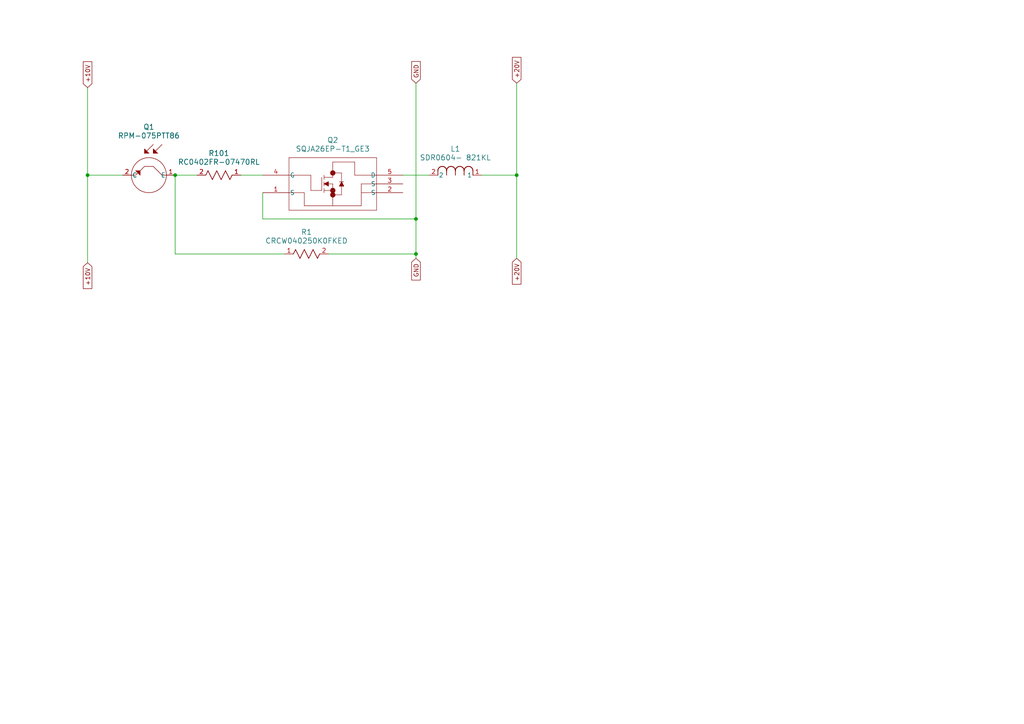
<source format=kicad_sch>
(kicad_sch (version 20250114) (generator "eeschema") (generator_version "9.0")
  (paper "A4")
  (lib_symbols
    (symbol "CRCW040250K0FKED:CRCW040250K0FKED" (pin_names (offset 0.254))
      (property "Reference" "R" (at 0 7.366 0))
      (property "Value" "CRCW040250K0FKED" (at 1.016 4.572 0))
      (symbol "CRCW040250K0FKED_1_1"
        (polyline (pts (xy -3.81 0) (xy -3.175 1.27)) (stroke (width 0.2032)))
        (polyline (pts (xy -3.175 1.27) (xy -1.905 -1.27)) (stroke (width 0.2032)))
        (polyline (pts (xy -1.905 -1.27) (xy -0.635 1.27)) (stroke (width 0.2032)))
        (polyline (pts (xy -0.635 1.27) (xy 0.635 -1.27)) (stroke (width 0.2032)))
        (polyline (pts (xy 0.635 -1.27) (xy 1.905 1.27)) (stroke (width 0.2032)))
        (polyline (pts (xy 1.905 1.27) (xy 3.175 -1.27)) (stroke (width 0.2032)))
        (polyline (pts (xy 3.175 -1.27) (xy 3.81 0)) (stroke (width 0.2032)))
        (pin unspecified line (at -6.35 0 0) (length 2.54) (name "") (number "1"))
        (pin unspecified line (at 6.35 0 180) (length 2.54) (name "") (number "2"))
      )
      (symbol "CRCW040250K0FKED_1_2"
        (polyline (pts (xy -1.27 8.255) (xy 1.27 9.525)) (stroke (width 0.2032)))
        (polyline (pts (xy -1.27 5.715) (xy 1.27 6.985)) (stroke (width 0.2032)))
        (polyline (pts (xy -1.27 3.175) (xy 1.27 4.445)) (stroke (width 0.2032)))
        (polyline (pts (xy 0 2.54) (xy -1.27 3.175)) (stroke (width 0.2032)))
        (polyline (pts (xy 1.27 9.525) (xy 0 10.16)) (stroke (width 0.2032)))
        (polyline (pts (xy 1.27 6.985) (xy -1.27 8.255)) (stroke (width 0.2032)))
        (polyline (pts (xy 1.27 4.445) (xy -1.27 5.715)) (stroke (width 0.2032)))
        (pin unspecified line (at 0 12.7 270) (length 2.54) (name "") (number "1"))
        (pin unspecified line (at 0 0 90) (length 2.54) (name "") (number "2"))
      )
    )
    (symbol "RC042FR_07470RL:RC0402FR-07470RL" (pin_names (offset 0.254))
      (property "Reference" "R" (at 0 7.366 0))
      (property "Value" "RC0402FR-07470RL" (at 0 4.572 0))
      (symbol "RC0402FR-07470RL_1_1"
        (polyline (pts (xy -3.81 0) (xy -3.175 1.27)) (stroke (width 0.2032)))
        (polyline (pts (xy -3.175 1.27) (xy -1.905 -1.27)) (stroke (width 0.2032)))
        (polyline (pts (xy -1.905 -1.27) (xy -0.635 1.27)) (stroke (width 0.2032)))
        (polyline (pts (xy -0.635 1.27) (xy 0.635 -1.27)) (stroke (width 0.2032)))
        (polyline (pts (xy 0.635 -1.27) (xy 1.905 1.27)) (stroke (width 0.2032)))
        (polyline (pts (xy 1.905 1.27) (xy 3.175 -1.27)) (stroke (width 0.2032)))
        (polyline (pts (xy 3.175 -1.27) (xy 3.81 0)) (stroke (width 0.2032)))
        (pin unspecified line (at -6.35 0 0) (length 2.54) (name "") (number "2"))
        (pin unspecified line (at 6.35 0 180) (length 2.54) (name "") (number "1"))
      )
      (symbol "RC0402FR-07470RL_1_2"
        (polyline (pts (xy -1.27 8.255) (xy 1.27 9.525)) (stroke (width 0.2032)))
        (polyline (pts (xy -1.27 5.715) (xy 1.27 6.985)) (stroke (width 0.2032)))
        (polyline (pts (xy -1.27 3.175) (xy 1.27 4.445)) (stroke (width 0.2032)))
        (polyline (pts (xy 0 2.54) (xy -1.27 3.175)) (stroke (width 0.2032)))
        (polyline (pts (xy 1.27 9.525) (xy 0 10.16)) (stroke (width 0.2032)))
        (polyline (pts (xy 1.27 6.985) (xy -1.27 8.255)) (stroke (width 0.2032)))
        (polyline (pts (xy 1.27 4.445) (xy -1.27 5.715)) (stroke (width 0.2032)))
        (pin unspecified line (at 0 12.7 270) (length 2.54) (name "") (number "1"))
        (pin unspecified line (at 0 0 90) (length 2.54) (name "") (number "2"))
      )
    )
    (symbol "RPM-075PTT86:RPM-075PTT86" (pin_names (offset 0.254))
      (property "Reference" "Q" (at 0 14.478 0))
      (property "Value" "RPM-075PTT86" (at 0 11.43 0))
      (symbol "RPM-075PTT86_1_1"
        (polyline (pts (xy -5.08 0) (xy -3.81 0) (xy -1.27 2.54) (xy 1.27 2.54) (xy 3.81 0) (xy 5.08 0)))
        (polyline (pts (xy -3.81 1.27) (xy -2.54 1.27) (xy -2.54 0) (xy -3.81 1.27)) (fill (type outline)))
        (polyline (pts (xy -1.27 6.35) (xy 1.27 8.89)))
        (polyline (pts (xy 0 6.35) (xy -1.27 6.35) (xy -1.27 7.62) (xy 0 6.35)) (fill (type outline)))
        (circle (center 0 0) (radius 5.08))
        (polyline (pts (xy 1.27 6.35) (xy 3.81 8.89)))
        (polyline (pts (xy 2.54 6.35) (xy 1.27 6.35) (xy 1.27 7.62) (xy 2.54 6.35)) (fill (type outline)))
        (pin unspecified line (at -7.62 0 0) (length 2.54) (name "C") (number "2"))
        (pin unspecified line (at 7.62 0 180) (length 2.54) (name "E") (number "1"))
      )
    )
    (symbol "SDR0604-821KL:SDR0604-_821KL" (pin_names (offset 0.254))
      (property "Reference" "L" (at -0.254 8.89 0))
      (property "Value" "SDR0604- 821KL" (at 0.508 5.588 0))
      (symbol "SDR0604-_821KL_1_1"
        (polyline (pts (xy -5.08 0) (xy -5.08 1.27)) (stroke (width 0.2032)))
        (arc (start -5.08 1.27) (mid -3.81 2.5344) (end -2.54 1.27) (stroke (width 0.254)))
        (polyline (pts (xy -2.54 0) (xy -2.54 1.27)) (stroke (width 0.2032)))
        (arc (start -2.54 1.27) (mid -1.27 2.5344) (end 0 1.27) (stroke (width 0.254)))
        (polyline (pts (xy 0 0) (xy 0 1.27)) (stroke (width 0.2032)))
        (arc (start 0 1.27) (mid 1.27 2.5344) (end 2.54 1.27) (stroke (width 0.254)))
        (polyline (pts (xy 2.54 0) (xy 2.54 1.27)) (stroke (width 0.2032)))
        (arc (start 2.54 1.27) (mid 3.81 2.5344) (end 5.08 1.27) (stroke (width 0.254)))
        (polyline (pts (xy 5.08 0) (xy 5.08 1.27)) (stroke (width 0.2032)))
        (pin unspecified line (at -7.62 0 0) (length 2.54) (name "2") (number "2"))
        (pin unspecified line (at 7.62 0 180) (length 2.54) (name "1") (number "1"))
      )
      (symbol "SDR0604-_821KL_1_2"
        (arc (start -1.27 10.16) (mid -2.5344 11.43) (end -1.27 12.7) (stroke (width 0.254)))
        (arc (start -1.27 7.62) (mid -2.5344 8.89) (end -1.27 10.16) (stroke (width 0.254)))
        (arc (start -1.27 5.08) (mid -2.5344 6.35) (end -1.27 7.62) (stroke (width 0.254)))
        (arc (start -1.27 2.54) (mid -2.5344 3.81) (end -1.27 5.08) (stroke (width 0.254)))
        (polyline (pts (xy 0 12.7) (xy -1.27 12.7)) (stroke (width 0.2032)))
        (polyline (pts (xy 0 10.16) (xy -1.27 10.16)) (stroke (width 0.2032)))
        (polyline (pts (xy 0 7.62) (xy -1.27 7.62)) (stroke (width 0.2032)))
        (polyline (pts (xy 0 5.08) (xy -1.27 5.08)) (stroke (width 0.2032)))
        (polyline (pts (xy 0 2.54) (xy -1.27 2.54)) (stroke (width 0.2032)))
        (pin unspecified line (at 0 15.24 270) (length 2.54) (name "1") (number "1"))
        (pin unspecified line (at 0 0 90) (length 2.54) (name "2") (number "2"))
      )
    )
    (symbol "SQJA26EP-T1_GE3:SQJA26EP-T1_GE3" (pin_names (offset 0.254))
      (property "Reference" "Q" (at 0 12.7 0))
      (property "Value" "SQJA26EP-T1_GE3" (at 0 10.16 0))
      (symbol "SQJA26EP-T1_GE3_0_1"
        (polyline (pts (xy -12.7 7.62) (xy -12.7 -7.62)) (stroke (width 0.127)))
        (polyline (pts (xy -12.7 2.54) (xy -6.35 2.54)) (stroke (width 0.127)))
        (polyline (pts (xy -12.7 -2.54) (xy -8.255 -2.54)) (stroke (width 0.127)))
        (polyline (pts (xy -12.7 -7.62) (xy 12.7 -7.62)) (stroke (width 0.127)))
        (polyline (pts (xy -8.255 -2.54) (xy -8.255 -6.35)) (stroke (width 0.127)))
        (polyline (pts (xy -8.255 -6.35) (xy 8.255 -6.35)) (stroke (width 0.127)))
        (polyline (pts (xy -6.35 2.54) (xy -6.35 -1.905)) (stroke (width 0.127)))
        (polyline (pts (xy -6.35 -1.905) (xy -3.175 -1.905)) (stroke (width 0.127)))
        (polyline (pts (xy -3.175 1.905) (xy -3.175 -1.905)) (stroke (width 0.127)))
        (polyline (pts (xy -2.54 1.905) (xy 0 1.905)) (stroke (width 0.127)))
        (polyline (pts (xy -2.54 1.27) (xy -2.54 2.54)) (stroke (width 0.127)))
        (polyline (pts (xy -2.54 0.635) (xy -2.54 -0.635)) (stroke (width 0.127)))
        (polyline (pts (xy -2.54 0) (xy -1.27 0.635)) (stroke (width 0.127)))
        (polyline (pts (xy -2.54 0) (xy -1.27 -0.635)) (stroke (width 0.127)))
        (polyline (pts (xy -2.54 0) (xy -1.27 0.635) (xy -1.27 -0.635)) (fill (type outline)))
        (polyline (pts (xy -2.54 -1.27) (xy -2.54 -2.54)) (stroke (width 0.127)))
        (polyline (pts (xy -2.54 -1.905) (xy 0 -1.905)) (stroke (width 0.127)))
        (polyline (pts (xy -1.27 0.635) (xy -1.27 -0.635)) (stroke (width 0.127)))
        (circle (center 0 3.175) (radius 0.127) (stroke (width 0.635)))
        (polyline (pts (xy 0 3.175) (xy 2.54 3.175)) (stroke (width 0.127)))
        (polyline (pts (xy 0 1.905) (xy 0 6.35)) (stroke (width 0.127)))
        (polyline (pts (xy 0 0) (xy -2.54 0)) (stroke (width 0.127)))
        (polyline (pts (xy 0 0) (xy 0 -6.35)) (stroke (width 0.127)))
        (circle (center 0 -1.905) (radius 0.127) (stroke (width 0.635)))
        (polyline (pts (xy 0 -3.175) (xy 2.54 -3.175)) (stroke (width 0.127)))
        (circle (center 0 -3.175) (radius 0.127) (stroke (width 0.635)))
        (polyline (pts (xy 1.905 0.635) (xy 3.175 0.635)) (stroke (width 0.127)))
        (polyline (pts (xy 1.905 -0.635) (xy 3.175 -0.635)) (stroke (width 0.127)))
        (polyline (pts (xy 1.905 -0.635) (xy 3.175 -0.635) (xy 2.54 0.635)) (fill (type outline)))
        (polyline (pts (xy 2.54 0.635) (xy 1.905 -0.635)) (stroke (width 0.127)))
        (polyline (pts (xy 2.54 -3.175) (xy 2.54 3.175)) (stroke (width 0.127)))
        (polyline (pts (xy 3.175 -0.635) (xy 2.54 0.635)) (stroke (width 0.127)))
        (polyline (pts (xy 6.35 6.35) (xy 0 6.35)) (stroke (width 0.127)))
        (polyline (pts (xy 6.35 2.54) (xy 6.35 6.35)) (stroke (width 0.127)))
        (polyline (pts (xy 8.255 0) (xy 12.7 0)) (stroke (width 0.127)))
        (polyline (pts (xy 8.255 -6.35) (xy 8.255 0)) (stroke (width 0.127)))
        (polyline (pts (xy 12.7 7.62) (xy -12.7 7.62)) (stroke (width 0.127)))
        (polyline (pts (xy 12.7 2.54) (xy 6.35 2.54)) (stroke (width 0.127)))
        (polyline (pts (xy 12.7 -2.54) (xy 8.255 -2.54)) (stroke (width 0.127)))
        (polyline (pts (xy 12.7 -7.62) (xy 12.7 7.62)) (stroke (width 0.127)))
        (pin unspecified line (at -20.32 2.54 0) (length 7.62) (name "G") (number "4"))
        (pin unspecified line (at -20.32 -2.54 0) (length 7.62) (name "S") (number "1"))
        (pin unspecified line (at 20.32 2.54 180) (length 7.62) (name "D") (number "5"))
        (pin unspecified line (at 20.32 0 180) (length 7.62) (name "S") (number "3"))
        (pin unspecified line (at 20.32 -2.54 180) (length 7.62) (name "S") (number "2"))
      )
    )
  )
  (junction (at 50.8 50.8))
  (junction (at 149.86 50.8))
  (junction (at 120.65 73.66))
  (junction (at 120.65 63.5))
  (junction (at 25.4 50.8))
  (wire (pts (xy 76.2 63.5) (xy 120.65 63.5)))
  (wire (pts (xy 120.65 63.5) (xy 120.65 73.66)))
  (wire (pts (xy 50.8 50.8) (xy 50.8 73.66)))
  (wire (pts (xy 50.8 73.66) (xy 82.55 73.66)))
  (wire (pts (xy 149.86 50.8) (xy 149.86 74.93)))
  (wire (pts (xy 69.85 50.8) (xy 76.2 50.8)))
  (wire (pts (xy 25.4 50.8) (xy 25.4 76.2)))
  (wire (pts (xy 25.4 25.4) (xy 25.4 50.8)))
  (wire (pts (xy 149.86 24.13) (xy 149.86 50.8)))
  (wire (pts (xy 35.56 50.8) (xy 25.4 50.8)))
  (wire (pts (xy 120.65 24.13) (xy 120.65 63.5)))
  (wire (pts (xy 120.65 73.66) (xy 120.65 74.93)))
  (wire (pts (xy 50.8 50.8) (xy 57.15 50.8)))
  (wire (pts (xy 116.84 50.8) (xy 124.46 50.8)))
  (wire (pts (xy 95.25 73.66) (xy 120.65 73.66)))
  (wire (pts (xy 76.2 55.88) (xy 76.2 63.5)))
  (wire (pts (xy 139.7 50.8) (xy 149.86 50.8)))
  (global_label "+10V" (shape input) (at 25.4 76.2 270) (property "Intersheetrefs" "${INTERSHEET_REFS}" (effects (hide yes))))
  (global_label "+20V" (shape input) (at 149.86 24.13 90) (property "Intersheetrefs" "${INTERSHEET_REFS}" (effects (hide yes))))
  (global_label "GND" (shape input) (at 120.65 24.13 90) (property "Intersheetrefs" "${INTERSHEET_REFS}" (effects (hide yes))))
  (global_label "+10V" (shape input) (at 25.4 25.4 90) (property "Intersheetrefs" "${INTERSHEET_REFS}" (effects (hide yes))))
  (global_label "+20V" (shape input) (at 149.86 74.93 270) (property "Intersheetrefs" "${INTERSHEET_REFS}" (effects (hide yes))))
  (global_label "GND" (shape input) (at 120.65 74.93 270) (property "Intersheetrefs" "${INTERSHEET_REFS}" (effects (hide yes))))
  (symbol (lib_id "RPM-075PTT86:RPM-075PTT86") (at 43.18 50.8 0) (unit 1)
    (property "Reference" "Q1" (at 43.18 36.83 0) (effects (font (size 1.524 1.524))))
    (property "Value" "RPM-075PTT86" (at 43.18 39.37 0) (effects (font (size 1.524 1.524))))
    (property "Footprint" "footprints:TRANS_RPM-075P_ROM" (effects (hide yes)))
    (property "Datasheet" "RPM-075PTT86" (effects (hide yes)))
  )
  (symbol (lib_id "CRCW040250K0FKED:CRCW040250K0FKED") (at 88.9 73.66 0) (unit 1)
    (property "Reference" "R1" (at 88.9 67.31 0) (effects (font (size 1.524 1.524))))
    (property "Value" "CRCW040250K0FKED" (at 88.9 69.85 0) (effects (font (size 1.524 1.524))))
    (property "Footprint" "footprints:RES_CRCW0402_VIS" (effects (hide yes)))
    (property "Datasheet" "CRCW040250K0FKED" (effects (hide yes)))
  )
  (symbol (lib_id "RC042FR_07470RL:RC0402FR-07470RL") (at 63.5 50.8 0) (unit 1)
    (property "Reference" "R101" (at 63.5 44.45 0) (effects (font (size 1.524 1.524))))
    (property "Value" "RC0402FR-07470RL" (at 63.5 46.99 0) (effects (font (size 1.524 1.524))))
    (property "Footprint" "footprints:RC0402N_YAG" (effects (hide yes)))
    (property "Datasheet" "RC0402FR-07470RL" (effects (hide yes)))
  )
  (symbol (lib_id "SDR0604-821KL:SDR0604-_821KL") (at 132.08 50.8 0) (unit 1)
    (property "Reference" "L1" (at 132.08 43.18 0) (effects (font (size 1.524 1.524))))
    (property "Value" "SDR0604- 821KL" (at 132.08 45.72 0) (effects (font (size 1.524 1.524))))
    (property "Footprint" "footprints:IND_BOURNS_SDR0604" (effects (hide yes)))
    (property "Datasheet" "SDR0604- 821KL" (effects (hide yes)))
  )
  (symbol (lib_id "SQJA26EP-T1_GE3:SQJA26EP-T1_GE3") (at 96.52 53.34 0) (unit 1)
    (property "Reference" "Q2" (at 96.52 40.64 0) (effects (font (size 1.524 1.524))))
    (property "Value" "SQJA26EP-T1_GE3" (at 96.52 43.18 0) (effects (font (size 1.524 1.524))))
    (property "Footprint" "footprints:PowerPAK_SO-8L_3_VIS" (effects (hide yes)))
    (property "Datasheet" "SQJA26EP-T1_GE3" (effects (hide yes)))
  )
)
</source>
